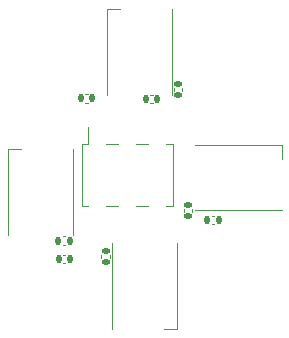
<source format=gbr>
%TF.GenerationSoftware,KiCad,Pcbnew,8.0.0*%
%TF.CreationDate,2024-03-08T01:19:46-06:00*%
%TF.ProjectId,SAO_2024,53414f5f-3230-4323-942e-6b696361645f,rev?*%
%TF.SameCoordinates,Original*%
%TF.FileFunction,Legend,Bot*%
%TF.FilePolarity,Positive*%
%FSLAX46Y46*%
G04 Gerber Fmt 4.6, Leading zero omitted, Abs format (unit mm)*
G04 Created by KiCad (PCBNEW 8.0.0) date 2024-03-08 01:19:46*
%MOMM*%
%LPD*%
G01*
G04 APERTURE LIST*
G04 Aperture macros list*
%AMRoundRect*
0 Rectangle with rounded corners*
0 $1 Rounding radius*
0 $2 $3 $4 $5 $6 $7 $8 $9 X,Y pos of 4 corners*
0 Add a 4 corners polygon primitive as box body*
4,1,4,$2,$3,$4,$5,$6,$7,$8,$9,$2,$3,0*
0 Add four circle primitives for the rounded corners*
1,1,$1+$1,$2,$3*
1,1,$1+$1,$4,$5*
1,1,$1+$1,$6,$7*
1,1,$1+$1,$8,$9*
0 Add four rect primitives between the rounded corners*
20,1,$1+$1,$2,$3,$4,$5,0*
20,1,$1+$1,$4,$5,$6,$7,0*
20,1,$1+$1,$6,$7,$8,$9,0*
20,1,$1+$1,$8,$9,$2,$3,0*%
G04 Aperture macros list end*
%ADD10C,0.120000*%
%ADD11R,1.000000X3.150000*%
%ADD12RoundRect,0.140000X-0.170000X0.140000X-0.170000X-0.140000X0.170000X-0.140000X0.170000X0.140000X0*%
%ADD13RoundRect,0.140000X0.140000X0.170000X-0.140000X0.170000X-0.140000X-0.170000X0.140000X-0.170000X0*%
%ADD14RoundRect,0.140000X0.170000X-0.140000X0.170000X0.140000X-0.170000X0.140000X-0.170000X-0.140000X0*%
%ADD15RoundRect,0.140000X-0.140000X-0.170000X0.140000X-0.170000X0.140000X0.170000X-0.140000X0.170000X0*%
%ADD16R,0.900000X1.500000*%
%ADD17R,1.500000X0.900000*%
G04 APERTURE END LIST*
D10*
%TO.C,J2*%
X136300000Y-135030000D02*
X136300000Y-133590000D01*
X136300000Y-135030000D02*
X135730000Y-135030000D01*
X135730000Y-140230000D02*
X135730000Y-135030000D01*
X138840000Y-135030000D02*
X137820000Y-135030000D01*
X141380000Y-135030000D02*
X140360000Y-135030000D01*
X143470000Y-135030000D02*
X142900000Y-135030000D01*
X143470000Y-140230000D02*
X143470000Y-135030000D01*
X136300000Y-140230000D02*
X135730000Y-140230000D01*
X138840000Y-140230000D02*
X137820000Y-140230000D01*
X141380000Y-140230000D02*
X140360000Y-140230000D01*
X143470000Y-140230000D02*
X142900000Y-140230000D01*
%TO.C,C2*%
X143520000Y-130477836D02*
X143520000Y-130262164D01*
X144240000Y-130477836D02*
X144240000Y-130262164D01*
%TO.C,C1*%
X141532164Y-130850000D02*
X141747836Y-130850000D01*
X141532164Y-131570000D02*
X141747836Y-131570000D01*
%TO.C,C8*%
X145090000Y-140532164D02*
X145090000Y-140747836D01*
X144370000Y-140532164D02*
X144370000Y-140747836D01*
%TO.C,C6*%
X138120000Y-144412164D02*
X138120000Y-144627836D01*
X137400000Y-144412164D02*
X137400000Y-144627836D01*
%TO.C,C7*%
X146977836Y-141790000D02*
X146762164Y-141790000D01*
X146977836Y-141070000D02*
X146762164Y-141070000D01*
%TO.C,C3*%
X134367836Y-145110000D02*
X134152164Y-145110000D01*
X134367836Y-144390000D02*
X134152164Y-144390000D01*
%TO.C,C4*%
X136032164Y-130780000D02*
X136247836Y-130780000D01*
X136032164Y-131500000D02*
X136247836Y-131500000D01*
%TO.C,C5*%
X134357836Y-143550000D02*
X134142164Y-143550000D01*
X134357836Y-142830000D02*
X134142164Y-142830000D01*
%TO.C,D5*%
X143350000Y-123570000D02*
X143350000Y-130870000D01*
X137850000Y-123570000D02*
X137850000Y-130870000D01*
X139000000Y-123570000D02*
X137850000Y-123570000D01*
%TO.C,D8*%
X152670000Y-140630000D02*
X145370000Y-140630000D01*
X152670000Y-135130000D02*
X145370000Y-135130000D01*
X152670000Y-136280000D02*
X152670000Y-135130000D01*
%TO.C,D6*%
X138320000Y-150690000D02*
X138320000Y-143390000D01*
X143820000Y-150690000D02*
X143820000Y-143390000D01*
X142670000Y-150690000D02*
X143820000Y-150690000D01*
%TO.C,D3*%
X134970000Y-135420000D02*
X134970000Y-142720000D01*
X129470000Y-135420000D02*
X129470000Y-142720000D01*
X130620000Y-135420000D02*
X129470000Y-135420000D01*
%TD*%
%LPC*%
D11*
%TO.C,J2*%
X137060000Y-135105000D03*
X137060000Y-140155000D03*
X139600000Y-135105000D03*
X139600000Y-140155000D03*
X142140000Y-135105000D03*
X142140000Y-140155000D03*
%TD*%
D12*
%TO.C,C2*%
X143880000Y-129890000D03*
X143880000Y-130850000D03*
%TD*%
D13*
%TO.C,C1*%
X142120000Y-131210000D03*
X141160000Y-131210000D03*
%TD*%
D14*
%TO.C,C8*%
X144730000Y-141120000D03*
X144730000Y-140160000D03*
%TD*%
%TO.C,C6*%
X137760000Y-145000000D03*
X137760000Y-144040000D03*
%TD*%
D15*
%TO.C,C7*%
X146390000Y-141430000D03*
X147350000Y-141430000D03*
%TD*%
%TO.C,C3*%
X133780000Y-144750000D03*
X134740000Y-144750000D03*
%TD*%
D13*
%TO.C,C4*%
X136620000Y-131140000D03*
X135660000Y-131140000D03*
%TD*%
D15*
%TO.C,C5*%
X133770000Y-143190000D03*
X134730000Y-143190000D03*
%TD*%
D16*
%TO.C,D5*%
X142250000Y-129670000D03*
X138950000Y-129670000D03*
X138950000Y-124770000D03*
X142250000Y-124770000D03*
%TD*%
D17*
%TO.C,D8*%
X146570000Y-139530000D03*
X146570000Y-136230000D03*
X151470000Y-136230000D03*
X151470000Y-139530000D03*
%TD*%
D16*
%TO.C,D6*%
X139420000Y-144590000D03*
X142720000Y-144590000D03*
X142720000Y-149490000D03*
X139420000Y-149490000D03*
%TD*%
%TO.C,D3*%
X133870000Y-141520000D03*
X130570000Y-141520000D03*
X130570000Y-136620000D03*
X133870000Y-136620000D03*
%TD*%
%LPD*%
M02*

</source>
